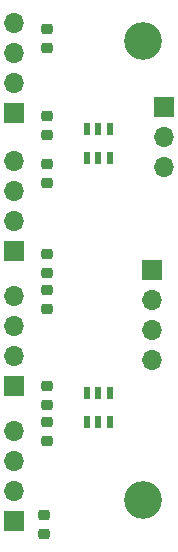
<source format=gts>
%TF.GenerationSoftware,KiCad,Pcbnew,(6.0.0)*%
%TF.CreationDate,2022-03-13T19:19:56-04:00*%
%TF.ProjectId,4 GC port esd board (for wii mini),34204743-2070-46f7-9274-206573642062,rev?*%
%TF.SameCoordinates,Original*%
%TF.FileFunction,Soldermask,Top*%
%TF.FilePolarity,Negative*%
%FSLAX46Y46*%
G04 Gerber Fmt 4.6, Leading zero omitted, Abs format (unit mm)*
G04 Created by KiCad (PCBNEW (6.0.0)) date 2022-03-13 19:19:56*
%MOMM*%
%LPD*%
G01*
G04 APERTURE LIST*
G04 Aperture macros list*
%AMRoundRect*
0 Rectangle with rounded corners*
0 $1 Rounding radius*
0 $2 $3 $4 $5 $6 $7 $8 $9 X,Y pos of 4 corners*
0 Add a 4 corners polygon primitive as box body*
4,1,4,$2,$3,$4,$5,$6,$7,$8,$9,$2,$3,0*
0 Add four circle primitives for the rounded corners*
1,1,$1+$1,$2,$3*
1,1,$1+$1,$4,$5*
1,1,$1+$1,$6,$7*
1,1,$1+$1,$8,$9*
0 Add four rect primitives between the rounded corners*
20,1,$1+$1,$2,$3,$4,$5,0*
20,1,$1+$1,$4,$5,$6,$7,0*
20,1,$1+$1,$6,$7,$8,$9,0*
20,1,$1+$1,$8,$9,$2,$3,0*%
G04 Aperture macros list end*
%ADD10RoundRect,0.225000X-0.250000X0.225000X-0.250000X-0.225000X0.250000X-0.225000X0.250000X0.225000X0*%
%ADD11R,1.700000X1.700000*%
%ADD12O,1.700000X1.700000*%
%ADD13C,3.200000*%
%ADD14RoundRect,0.225000X0.250000X-0.225000X0.250000X0.225000X-0.250000X0.225000X-0.250000X-0.225000X0*%
%ADD15R,0.600000X1.100000*%
G04 APERTURE END LIST*
D10*
%TO.C,C3*%
X104902000Y-79997000D03*
X104902000Y-81547000D03*
%TD*%
D11*
%TO.C,J3*%
X102108000Y-87376000D03*
D12*
X102108000Y-84836000D03*
X102108000Y-82296000D03*
X102108000Y-79756000D03*
%TD*%
D10*
%TO.C,C6*%
X104902000Y-98793000D03*
X104902000Y-100343000D03*
%TD*%
D13*
%TO.C,REF\u002A\u002A*%
X113030000Y-108458000D03*
%TD*%
D14*
%TO.C,C8*%
X104648000Y-111265000D03*
X104648000Y-109715000D03*
%TD*%
D11*
%TO.C,J6*%
X113792000Y-88910000D03*
D12*
X113792000Y-91450000D03*
X113792000Y-93990000D03*
X113792000Y-96530000D03*
%TD*%
D13*
%TO.C,REF\u002A\u002A*%
X113030000Y-69596000D03*
%TD*%
D10*
%TO.C,C7*%
X104902000Y-101841000D03*
X104902000Y-103391000D03*
%TD*%
%TO.C,C2*%
X104902000Y-75933000D03*
X104902000Y-77483000D03*
%TD*%
D11*
%TO.C,J1*%
X102108000Y-110226000D03*
D12*
X102108000Y-107686000D03*
X102108000Y-105146000D03*
X102108000Y-102606000D03*
%TD*%
D11*
%TO.C,J5*%
X114808000Y-75184000D03*
D12*
X114808000Y-77724000D03*
X114808000Y-80264000D03*
%TD*%
D11*
%TO.C,J4*%
X102108000Y-98806000D03*
D12*
X102108000Y-96266000D03*
X102108000Y-93726000D03*
X102108000Y-91186000D03*
%TD*%
D11*
%TO.C,J2*%
X102108000Y-75692000D03*
D12*
X102108000Y-73152000D03*
X102108000Y-70612000D03*
X102108000Y-68072000D03*
%TD*%
D10*
%TO.C,C5*%
X104902000Y-90665000D03*
X104902000Y-92215000D03*
%TD*%
D15*
%TO.C,D2*%
X108270000Y-101834000D03*
X109220000Y-101834000D03*
X110170000Y-101834000D03*
X110170000Y-99334000D03*
X109220000Y-99334000D03*
X108270000Y-99334000D03*
%TD*%
D10*
%TO.C,C4*%
X104902000Y-87617000D03*
X104902000Y-89167000D03*
%TD*%
D15*
%TO.C,D1*%
X108270000Y-79482000D03*
X109220000Y-79482000D03*
X110170000Y-79482000D03*
X110170000Y-76982000D03*
X109220000Y-76982000D03*
X108270000Y-76982000D03*
%TD*%
D10*
%TO.C,C1*%
X104902000Y-68567000D03*
X104902000Y-70117000D03*
%TD*%
M02*

</source>
